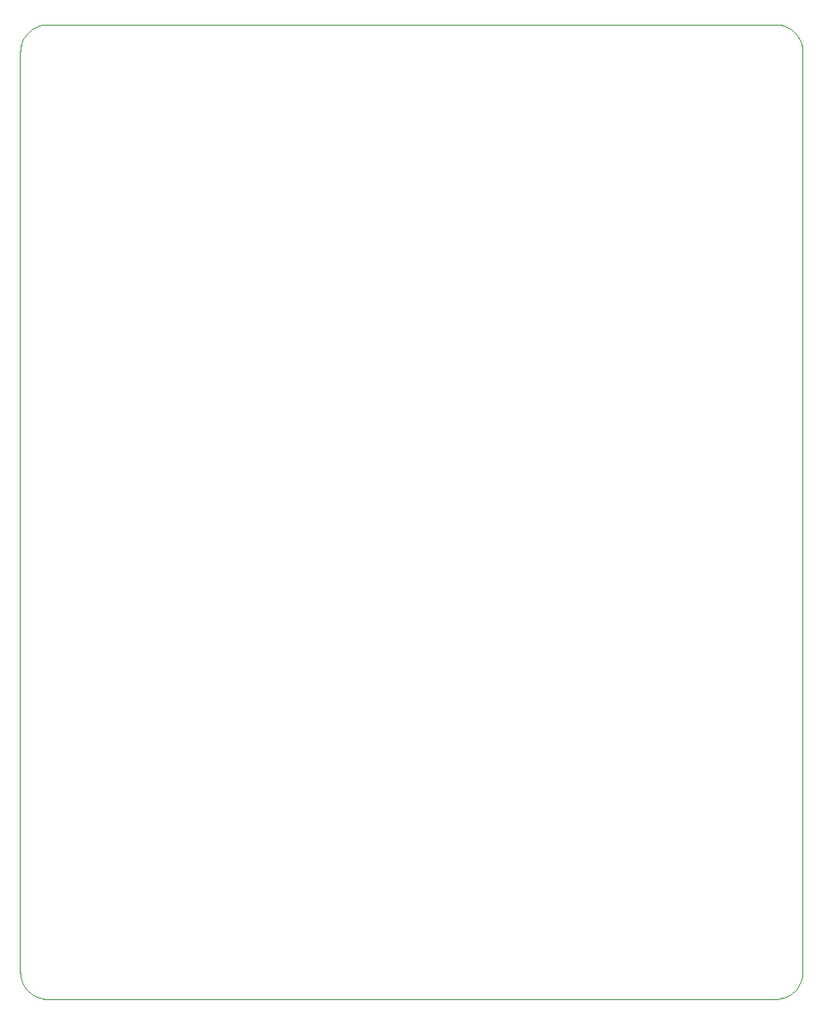
<source format=gbr>
G04 #@! TF.GenerationSoftware,KiCad,Pcbnew,(5.1.4)-1*
G04 #@! TF.CreationDate,2021-02-25T18:32:59-06:00*
G04 #@! TF.ProjectId,Bsides-KC-2021-Safe-Badge-SVG2Shenzen v1_00,42736964-6573-42d4-9b43-2d323032312d,rev?*
G04 #@! TF.SameCoordinates,Original*
G04 #@! TF.FileFunction,Profile,NP*
%FSLAX46Y46*%
G04 Gerber Fmt 4.6, Leading zero omitted, Abs format (unit mm)*
G04 Created by KiCad (PCBNEW (5.1.4)-1) date 2021-02-25 18:32:59*
%MOMM*%
%LPD*%
G04 APERTURE LIST*
%ADD10C,0.100000*%
G04 APERTURE END LIST*
D10*
X-28351800Y50863095D02*
X46280200Y50863095D01*
X46280200Y50863095D02*
X46573500Y50848381D01*
X46573500Y50848381D02*
X46858100Y50805182D01*
X46858100Y50805182D02*
X47132700Y50734914D01*
X47132700Y50734914D02*
X47395700Y50638994D01*
X47395700Y50638994D02*
X47645900Y50518838D01*
X47645900Y50518838D02*
X47881700Y50375862D01*
X47881700Y50375862D02*
X48101800Y50211483D01*
X48101800Y50211483D02*
X48304700Y50027117D01*
X48304700Y50027117D02*
X48489100Y49824185D01*
X48489100Y49824185D02*
X48653500Y49604085D01*
X48653500Y49604085D02*
X48796400Y49368255D01*
X48796400Y49368255D02*
X48916600Y49118105D01*
X48916600Y49118105D02*
X49012500Y48855060D01*
X49012500Y48855060D02*
X49082800Y48580510D01*
X49082800Y48580510D02*
X49126000Y48295890D01*
X49126000Y48295890D02*
X49140700Y48002610D01*
X49140700Y48002610D02*
X49140700Y-46276400D01*
X49140700Y-46276400D02*
X49126000Y-46569700D01*
X49126000Y-46569700D02*
X49082800Y-46854300D01*
X49082800Y-46854300D02*
X49012500Y-47128900D01*
X49012500Y-47128900D02*
X48916600Y-47391900D01*
X48916600Y-47391900D02*
X48796400Y-47642100D01*
X48796400Y-47642100D02*
X48653500Y-47877900D01*
X48653500Y-47877900D02*
X48489100Y-48098000D01*
X48489100Y-48098000D02*
X48304700Y-48300900D01*
X48304700Y-48300900D02*
X48101800Y-48485300D01*
X48101800Y-48485300D02*
X47881700Y-48649700D01*
X47881700Y-48649700D02*
X47645900Y-48792600D01*
X47645900Y-48792600D02*
X47395700Y-48912800D01*
X47395700Y-48912800D02*
X47132700Y-49008700D01*
X47132700Y-49008700D02*
X46858100Y-49079000D01*
X46858100Y-49079000D02*
X46573500Y-49122200D01*
X46573500Y-49122200D02*
X46280200Y-49136900D01*
X46280200Y-49136900D02*
X-28351800Y-49136900D01*
X-28351800Y-49136900D02*
X-28645000Y-49122200D01*
X-28645000Y-49122200D02*
X-28929600Y-49079000D01*
X-28929600Y-49079000D02*
X-29204200Y-49008700D01*
X-29204200Y-49008700D02*
X-29467300Y-48912800D01*
X-29467300Y-48912800D02*
X-29717400Y-48792600D01*
X-29717400Y-48792600D02*
X-29953200Y-48649700D01*
X-29953200Y-48649700D02*
X-30173300Y-48485300D01*
X-30173300Y-48485300D02*
X-30376300Y-48300900D01*
X-30376300Y-48300900D02*
X-30560600Y-48098000D01*
X-30560600Y-48098000D02*
X-30725000Y-47877900D01*
X-30725000Y-47877900D02*
X-30868000Y-47642100D01*
X-30868000Y-47642100D02*
X-30988100Y-47391900D01*
X-30988100Y-47391900D02*
X-31084100Y-47128900D01*
X-31084100Y-47128900D02*
X-31154300Y-46854300D01*
X-31154300Y-46854300D02*
X-31197500Y-46569700D01*
X-31197500Y-46569700D02*
X-31212200Y-46276400D01*
X-31212200Y-46276400D02*
X-31212200Y48002610D01*
X-31212200Y48002610D02*
X-31197500Y48295890D01*
X-31197500Y48295890D02*
X-31154300Y48580510D01*
X-31154300Y48580510D02*
X-31084100Y48855060D01*
X-31084100Y48855060D02*
X-30988100Y49118105D01*
X-30988100Y49118105D02*
X-30868000Y49368255D01*
X-30868000Y49368255D02*
X-30725000Y49604085D01*
X-30725000Y49604085D02*
X-30560600Y49824185D01*
X-30560600Y49824185D02*
X-30376300Y50027117D01*
X-30376300Y50027117D02*
X-30173300Y50211483D01*
X-30173300Y50211483D02*
X-29953200Y50375862D01*
X-29953200Y50375862D02*
X-29717400Y50518838D01*
X-29717400Y50518838D02*
X-29467300Y50638994D01*
X-29467300Y50638994D02*
X-29204200Y50734914D01*
X-29204200Y50734914D02*
X-28929600Y50805182D01*
X-28929600Y50805182D02*
X-28645000Y50848381D01*
X-28645000Y50848381D02*
X-28351800Y50863095D01*
X-28351800Y50863095D02*
X-28351800Y50863095D01*
X-28351800Y50863095D02*
X-28351800Y50863095D01*
M02*

</source>
